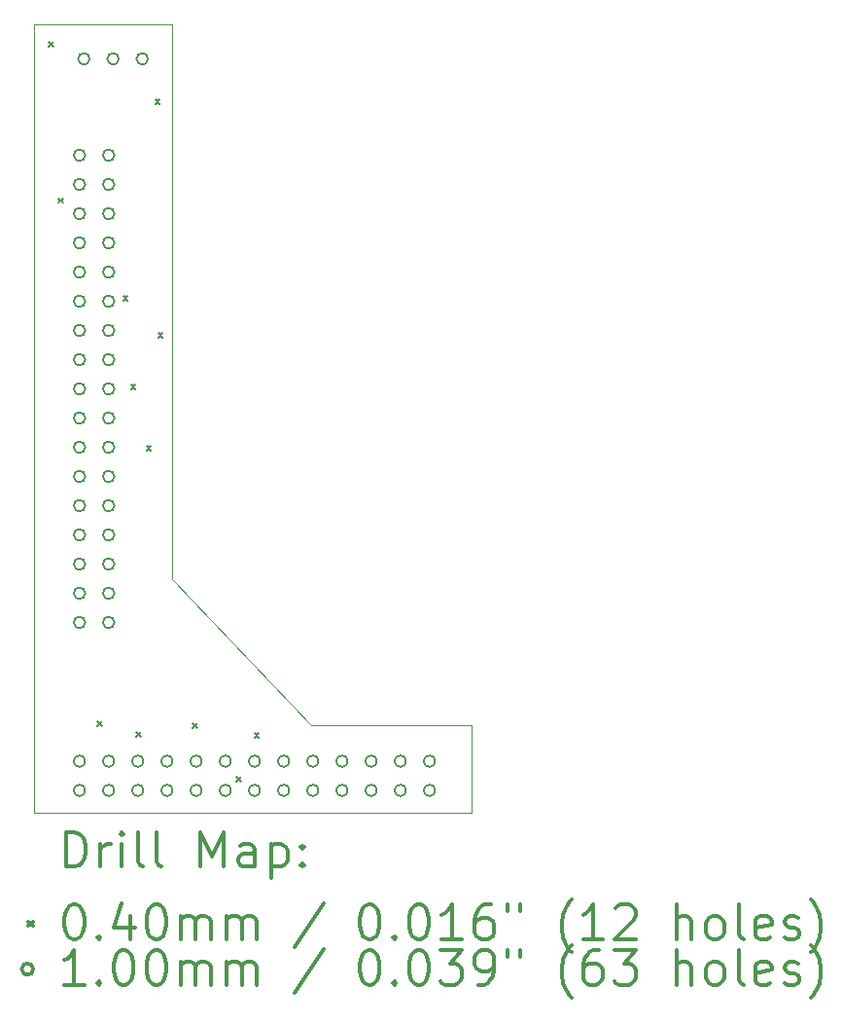
<source format=gbr>
%FSLAX45Y45*%
G04 Gerber Fmt 4.5, Leading zero omitted, Abs format (unit mm)*
G04 Created by KiCad (PCBNEW (5.1.7)-1) date 2021-07-10 10:13:53*
%MOMM*%
%LPD*%
G01*
G04 APERTURE LIST*
%TA.AperFunction,Profile*%
%ADD10C,0.050000*%
%TD*%
%ADD11C,0.200000*%
%ADD12C,0.300000*%
G04 APERTURE END LIST*
D10*
X14541500Y-7620000D02*
X13335000Y-7620000D01*
X14541500Y-12446000D02*
X14541500Y-7620000D01*
X15748000Y-13716000D02*
X14541500Y-12446000D01*
X17145000Y-13716000D02*
X15748000Y-13716000D01*
X17145000Y-14478000D02*
X17145000Y-13716000D01*
X13335000Y-14478000D02*
X17145000Y-14478000D01*
X13335000Y-7620000D02*
X13335000Y-14478000D01*
D11*
X13467400Y-7771450D02*
X13507400Y-7811450D01*
X13507400Y-7771450D02*
X13467400Y-7811450D01*
X13549950Y-9130350D02*
X13589950Y-9170350D01*
X13589950Y-9130350D02*
X13549950Y-9170350D01*
X13892850Y-13683300D02*
X13932850Y-13723300D01*
X13932850Y-13683300D02*
X13892850Y-13723300D01*
X14114820Y-9981220D02*
X14154820Y-10021220D01*
X14154820Y-9981220D02*
X14114820Y-10021220D01*
X14183740Y-10751130D02*
X14223740Y-10791130D01*
X14223740Y-10751130D02*
X14183740Y-10791130D01*
X14229400Y-13772200D02*
X14269400Y-13812200D01*
X14269400Y-13772200D02*
X14229400Y-13812200D01*
X14318300Y-11283000D02*
X14358300Y-11323000D01*
X14358300Y-11283000D02*
X14318300Y-11323000D01*
X14394500Y-8273100D02*
X14434500Y-8313100D01*
X14434500Y-8273100D02*
X14394500Y-8313100D01*
X14419900Y-10305100D02*
X14459900Y-10345100D01*
X14459900Y-10305100D02*
X14419900Y-10345100D01*
X14718350Y-13696000D02*
X14758350Y-13736000D01*
X14758350Y-13696000D02*
X14718350Y-13736000D01*
X15102540Y-14161420D02*
X15142540Y-14201420D01*
X15142540Y-14161420D02*
X15102540Y-14201420D01*
X15258100Y-13784900D02*
X15298100Y-13824900D01*
X15298100Y-13784900D02*
X15258100Y-13824900D01*
X13823200Y-7918450D02*
G75*
G03*
X13823200Y-7918450I-50000J0D01*
G01*
X14077200Y-7918450D02*
G75*
G03*
X14077200Y-7918450I-50000J0D01*
G01*
X14331200Y-7918450D02*
G75*
G03*
X14331200Y-7918450I-50000J0D01*
G01*
X13785000Y-14027200D02*
G75*
G03*
X13785000Y-14027200I-50000J0D01*
G01*
X13785000Y-14281200D02*
G75*
G03*
X13785000Y-14281200I-50000J0D01*
G01*
X14039000Y-14027200D02*
G75*
G03*
X14039000Y-14027200I-50000J0D01*
G01*
X14039000Y-14281200D02*
G75*
G03*
X14039000Y-14281200I-50000J0D01*
G01*
X14293000Y-14027200D02*
G75*
G03*
X14293000Y-14027200I-50000J0D01*
G01*
X14293000Y-14281200D02*
G75*
G03*
X14293000Y-14281200I-50000J0D01*
G01*
X14547000Y-14027200D02*
G75*
G03*
X14547000Y-14027200I-50000J0D01*
G01*
X14547000Y-14281200D02*
G75*
G03*
X14547000Y-14281200I-50000J0D01*
G01*
X14801000Y-14027200D02*
G75*
G03*
X14801000Y-14027200I-50000J0D01*
G01*
X14801000Y-14281200D02*
G75*
G03*
X14801000Y-14281200I-50000J0D01*
G01*
X15055000Y-14027200D02*
G75*
G03*
X15055000Y-14027200I-50000J0D01*
G01*
X15055000Y-14281200D02*
G75*
G03*
X15055000Y-14281200I-50000J0D01*
G01*
X15309000Y-14027200D02*
G75*
G03*
X15309000Y-14027200I-50000J0D01*
G01*
X15309000Y-14281200D02*
G75*
G03*
X15309000Y-14281200I-50000J0D01*
G01*
X15563000Y-14027200D02*
G75*
G03*
X15563000Y-14027200I-50000J0D01*
G01*
X15563000Y-14281200D02*
G75*
G03*
X15563000Y-14281200I-50000J0D01*
G01*
X15817000Y-14027200D02*
G75*
G03*
X15817000Y-14027200I-50000J0D01*
G01*
X15817000Y-14281200D02*
G75*
G03*
X15817000Y-14281200I-50000J0D01*
G01*
X16071000Y-14027200D02*
G75*
G03*
X16071000Y-14027200I-50000J0D01*
G01*
X16071000Y-14281200D02*
G75*
G03*
X16071000Y-14281200I-50000J0D01*
G01*
X16325000Y-14027200D02*
G75*
G03*
X16325000Y-14027200I-50000J0D01*
G01*
X16325000Y-14281200D02*
G75*
G03*
X16325000Y-14281200I-50000J0D01*
G01*
X16579000Y-14027200D02*
G75*
G03*
X16579000Y-14027200I-50000J0D01*
G01*
X16579000Y-14281200D02*
G75*
G03*
X16579000Y-14281200I-50000J0D01*
G01*
X16833000Y-14027200D02*
G75*
G03*
X16833000Y-14027200I-50000J0D01*
G01*
X16833000Y-14281200D02*
G75*
G03*
X16833000Y-14281200I-50000J0D01*
G01*
X13785000Y-8756600D02*
G75*
G03*
X13785000Y-8756600I-50000J0D01*
G01*
X13785000Y-9010600D02*
G75*
G03*
X13785000Y-9010600I-50000J0D01*
G01*
X13785000Y-9264600D02*
G75*
G03*
X13785000Y-9264600I-50000J0D01*
G01*
X13785000Y-9518600D02*
G75*
G03*
X13785000Y-9518600I-50000J0D01*
G01*
X13785000Y-9772600D02*
G75*
G03*
X13785000Y-9772600I-50000J0D01*
G01*
X13785000Y-10026600D02*
G75*
G03*
X13785000Y-10026600I-50000J0D01*
G01*
X13785000Y-10280600D02*
G75*
G03*
X13785000Y-10280600I-50000J0D01*
G01*
X13785000Y-10534600D02*
G75*
G03*
X13785000Y-10534600I-50000J0D01*
G01*
X13785000Y-10788600D02*
G75*
G03*
X13785000Y-10788600I-50000J0D01*
G01*
X13785000Y-11042600D02*
G75*
G03*
X13785000Y-11042600I-50000J0D01*
G01*
X13785000Y-11296600D02*
G75*
G03*
X13785000Y-11296600I-50000J0D01*
G01*
X13785000Y-11550600D02*
G75*
G03*
X13785000Y-11550600I-50000J0D01*
G01*
X13785000Y-11804600D02*
G75*
G03*
X13785000Y-11804600I-50000J0D01*
G01*
X13785000Y-12058600D02*
G75*
G03*
X13785000Y-12058600I-50000J0D01*
G01*
X13785000Y-12312600D02*
G75*
G03*
X13785000Y-12312600I-50000J0D01*
G01*
X13785000Y-12566600D02*
G75*
G03*
X13785000Y-12566600I-50000J0D01*
G01*
X13785000Y-12820600D02*
G75*
G03*
X13785000Y-12820600I-50000J0D01*
G01*
X14039000Y-8756600D02*
G75*
G03*
X14039000Y-8756600I-50000J0D01*
G01*
X14039000Y-9010600D02*
G75*
G03*
X14039000Y-9010600I-50000J0D01*
G01*
X14039000Y-9264600D02*
G75*
G03*
X14039000Y-9264600I-50000J0D01*
G01*
X14039000Y-9518600D02*
G75*
G03*
X14039000Y-9518600I-50000J0D01*
G01*
X14039000Y-9772600D02*
G75*
G03*
X14039000Y-9772600I-50000J0D01*
G01*
X14039000Y-10026600D02*
G75*
G03*
X14039000Y-10026600I-50000J0D01*
G01*
X14039000Y-10280600D02*
G75*
G03*
X14039000Y-10280600I-50000J0D01*
G01*
X14039000Y-10534600D02*
G75*
G03*
X14039000Y-10534600I-50000J0D01*
G01*
X14039000Y-10788600D02*
G75*
G03*
X14039000Y-10788600I-50000J0D01*
G01*
X14039000Y-11042600D02*
G75*
G03*
X14039000Y-11042600I-50000J0D01*
G01*
X14039000Y-11296600D02*
G75*
G03*
X14039000Y-11296600I-50000J0D01*
G01*
X14039000Y-11550600D02*
G75*
G03*
X14039000Y-11550600I-50000J0D01*
G01*
X14039000Y-11804600D02*
G75*
G03*
X14039000Y-11804600I-50000J0D01*
G01*
X14039000Y-12058600D02*
G75*
G03*
X14039000Y-12058600I-50000J0D01*
G01*
X14039000Y-12312600D02*
G75*
G03*
X14039000Y-12312600I-50000J0D01*
G01*
X14039000Y-12566600D02*
G75*
G03*
X14039000Y-12566600I-50000J0D01*
G01*
X14039000Y-12820600D02*
G75*
G03*
X14039000Y-12820600I-50000J0D01*
G01*
D12*
X13618928Y-14946214D02*
X13618928Y-14646214D01*
X13690357Y-14646214D01*
X13733214Y-14660500D01*
X13761786Y-14689071D01*
X13776071Y-14717643D01*
X13790357Y-14774786D01*
X13790357Y-14817643D01*
X13776071Y-14874786D01*
X13761786Y-14903357D01*
X13733214Y-14931929D01*
X13690357Y-14946214D01*
X13618928Y-14946214D01*
X13918928Y-14946214D02*
X13918928Y-14746214D01*
X13918928Y-14803357D02*
X13933214Y-14774786D01*
X13947500Y-14760500D01*
X13976071Y-14746214D01*
X14004643Y-14746214D01*
X14104643Y-14946214D02*
X14104643Y-14746214D01*
X14104643Y-14646214D02*
X14090357Y-14660500D01*
X14104643Y-14674786D01*
X14118928Y-14660500D01*
X14104643Y-14646214D01*
X14104643Y-14674786D01*
X14290357Y-14946214D02*
X14261786Y-14931929D01*
X14247500Y-14903357D01*
X14247500Y-14646214D01*
X14447500Y-14946214D02*
X14418928Y-14931929D01*
X14404643Y-14903357D01*
X14404643Y-14646214D01*
X14790357Y-14946214D02*
X14790357Y-14646214D01*
X14890357Y-14860500D01*
X14990357Y-14646214D01*
X14990357Y-14946214D01*
X15261786Y-14946214D02*
X15261786Y-14789071D01*
X15247500Y-14760500D01*
X15218928Y-14746214D01*
X15161786Y-14746214D01*
X15133214Y-14760500D01*
X15261786Y-14931929D02*
X15233214Y-14946214D01*
X15161786Y-14946214D01*
X15133214Y-14931929D01*
X15118928Y-14903357D01*
X15118928Y-14874786D01*
X15133214Y-14846214D01*
X15161786Y-14831929D01*
X15233214Y-14831929D01*
X15261786Y-14817643D01*
X15404643Y-14746214D02*
X15404643Y-15046214D01*
X15404643Y-14760500D02*
X15433214Y-14746214D01*
X15490357Y-14746214D01*
X15518928Y-14760500D01*
X15533214Y-14774786D01*
X15547500Y-14803357D01*
X15547500Y-14889071D01*
X15533214Y-14917643D01*
X15518928Y-14931929D01*
X15490357Y-14946214D01*
X15433214Y-14946214D01*
X15404643Y-14931929D01*
X15676071Y-14917643D02*
X15690357Y-14931929D01*
X15676071Y-14946214D01*
X15661786Y-14931929D01*
X15676071Y-14917643D01*
X15676071Y-14946214D01*
X15676071Y-14760500D02*
X15690357Y-14774786D01*
X15676071Y-14789071D01*
X15661786Y-14774786D01*
X15676071Y-14760500D01*
X15676071Y-14789071D01*
X13292500Y-15420500D02*
X13332500Y-15460500D01*
X13332500Y-15420500D02*
X13292500Y-15460500D01*
X13676071Y-15276214D02*
X13704643Y-15276214D01*
X13733214Y-15290500D01*
X13747500Y-15304786D01*
X13761786Y-15333357D01*
X13776071Y-15390500D01*
X13776071Y-15461929D01*
X13761786Y-15519071D01*
X13747500Y-15547643D01*
X13733214Y-15561929D01*
X13704643Y-15576214D01*
X13676071Y-15576214D01*
X13647500Y-15561929D01*
X13633214Y-15547643D01*
X13618928Y-15519071D01*
X13604643Y-15461929D01*
X13604643Y-15390500D01*
X13618928Y-15333357D01*
X13633214Y-15304786D01*
X13647500Y-15290500D01*
X13676071Y-15276214D01*
X13904643Y-15547643D02*
X13918928Y-15561929D01*
X13904643Y-15576214D01*
X13890357Y-15561929D01*
X13904643Y-15547643D01*
X13904643Y-15576214D01*
X14176071Y-15376214D02*
X14176071Y-15576214D01*
X14104643Y-15261929D02*
X14033214Y-15476214D01*
X14218928Y-15476214D01*
X14390357Y-15276214D02*
X14418928Y-15276214D01*
X14447500Y-15290500D01*
X14461786Y-15304786D01*
X14476071Y-15333357D01*
X14490357Y-15390500D01*
X14490357Y-15461929D01*
X14476071Y-15519071D01*
X14461786Y-15547643D01*
X14447500Y-15561929D01*
X14418928Y-15576214D01*
X14390357Y-15576214D01*
X14361786Y-15561929D01*
X14347500Y-15547643D01*
X14333214Y-15519071D01*
X14318928Y-15461929D01*
X14318928Y-15390500D01*
X14333214Y-15333357D01*
X14347500Y-15304786D01*
X14361786Y-15290500D01*
X14390357Y-15276214D01*
X14618928Y-15576214D02*
X14618928Y-15376214D01*
X14618928Y-15404786D02*
X14633214Y-15390500D01*
X14661786Y-15376214D01*
X14704643Y-15376214D01*
X14733214Y-15390500D01*
X14747500Y-15419071D01*
X14747500Y-15576214D01*
X14747500Y-15419071D02*
X14761786Y-15390500D01*
X14790357Y-15376214D01*
X14833214Y-15376214D01*
X14861786Y-15390500D01*
X14876071Y-15419071D01*
X14876071Y-15576214D01*
X15018928Y-15576214D02*
X15018928Y-15376214D01*
X15018928Y-15404786D02*
X15033214Y-15390500D01*
X15061786Y-15376214D01*
X15104643Y-15376214D01*
X15133214Y-15390500D01*
X15147500Y-15419071D01*
X15147500Y-15576214D01*
X15147500Y-15419071D02*
X15161786Y-15390500D01*
X15190357Y-15376214D01*
X15233214Y-15376214D01*
X15261786Y-15390500D01*
X15276071Y-15419071D01*
X15276071Y-15576214D01*
X15861786Y-15261929D02*
X15604643Y-15647643D01*
X16247500Y-15276214D02*
X16276071Y-15276214D01*
X16304643Y-15290500D01*
X16318928Y-15304786D01*
X16333214Y-15333357D01*
X16347500Y-15390500D01*
X16347500Y-15461929D01*
X16333214Y-15519071D01*
X16318928Y-15547643D01*
X16304643Y-15561929D01*
X16276071Y-15576214D01*
X16247500Y-15576214D01*
X16218928Y-15561929D01*
X16204643Y-15547643D01*
X16190357Y-15519071D01*
X16176071Y-15461929D01*
X16176071Y-15390500D01*
X16190357Y-15333357D01*
X16204643Y-15304786D01*
X16218928Y-15290500D01*
X16247500Y-15276214D01*
X16476071Y-15547643D02*
X16490357Y-15561929D01*
X16476071Y-15576214D01*
X16461786Y-15561929D01*
X16476071Y-15547643D01*
X16476071Y-15576214D01*
X16676071Y-15276214D02*
X16704643Y-15276214D01*
X16733214Y-15290500D01*
X16747500Y-15304786D01*
X16761786Y-15333357D01*
X16776071Y-15390500D01*
X16776071Y-15461929D01*
X16761786Y-15519071D01*
X16747500Y-15547643D01*
X16733214Y-15561929D01*
X16704643Y-15576214D01*
X16676071Y-15576214D01*
X16647500Y-15561929D01*
X16633214Y-15547643D01*
X16618928Y-15519071D01*
X16604643Y-15461929D01*
X16604643Y-15390500D01*
X16618928Y-15333357D01*
X16633214Y-15304786D01*
X16647500Y-15290500D01*
X16676071Y-15276214D01*
X17061786Y-15576214D02*
X16890357Y-15576214D01*
X16976071Y-15576214D02*
X16976071Y-15276214D01*
X16947500Y-15319071D01*
X16918928Y-15347643D01*
X16890357Y-15361929D01*
X17318928Y-15276214D02*
X17261786Y-15276214D01*
X17233214Y-15290500D01*
X17218928Y-15304786D01*
X17190357Y-15347643D01*
X17176071Y-15404786D01*
X17176071Y-15519071D01*
X17190357Y-15547643D01*
X17204643Y-15561929D01*
X17233214Y-15576214D01*
X17290357Y-15576214D01*
X17318928Y-15561929D01*
X17333214Y-15547643D01*
X17347500Y-15519071D01*
X17347500Y-15447643D01*
X17333214Y-15419071D01*
X17318928Y-15404786D01*
X17290357Y-15390500D01*
X17233214Y-15390500D01*
X17204643Y-15404786D01*
X17190357Y-15419071D01*
X17176071Y-15447643D01*
X17461786Y-15276214D02*
X17461786Y-15333357D01*
X17576071Y-15276214D02*
X17576071Y-15333357D01*
X18018928Y-15690500D02*
X18004643Y-15676214D01*
X17976071Y-15633357D01*
X17961786Y-15604786D01*
X17947500Y-15561929D01*
X17933214Y-15490500D01*
X17933214Y-15433357D01*
X17947500Y-15361929D01*
X17961786Y-15319071D01*
X17976071Y-15290500D01*
X18004643Y-15247643D01*
X18018928Y-15233357D01*
X18290357Y-15576214D02*
X18118928Y-15576214D01*
X18204643Y-15576214D02*
X18204643Y-15276214D01*
X18176071Y-15319071D01*
X18147500Y-15347643D01*
X18118928Y-15361929D01*
X18404643Y-15304786D02*
X18418928Y-15290500D01*
X18447500Y-15276214D01*
X18518928Y-15276214D01*
X18547500Y-15290500D01*
X18561786Y-15304786D01*
X18576071Y-15333357D01*
X18576071Y-15361929D01*
X18561786Y-15404786D01*
X18390357Y-15576214D01*
X18576071Y-15576214D01*
X18933214Y-15576214D02*
X18933214Y-15276214D01*
X19061786Y-15576214D02*
X19061786Y-15419071D01*
X19047500Y-15390500D01*
X19018928Y-15376214D01*
X18976071Y-15376214D01*
X18947500Y-15390500D01*
X18933214Y-15404786D01*
X19247500Y-15576214D02*
X19218928Y-15561929D01*
X19204643Y-15547643D01*
X19190357Y-15519071D01*
X19190357Y-15433357D01*
X19204643Y-15404786D01*
X19218928Y-15390500D01*
X19247500Y-15376214D01*
X19290357Y-15376214D01*
X19318928Y-15390500D01*
X19333214Y-15404786D01*
X19347500Y-15433357D01*
X19347500Y-15519071D01*
X19333214Y-15547643D01*
X19318928Y-15561929D01*
X19290357Y-15576214D01*
X19247500Y-15576214D01*
X19518928Y-15576214D02*
X19490357Y-15561929D01*
X19476071Y-15533357D01*
X19476071Y-15276214D01*
X19747500Y-15561929D02*
X19718928Y-15576214D01*
X19661786Y-15576214D01*
X19633214Y-15561929D01*
X19618928Y-15533357D01*
X19618928Y-15419071D01*
X19633214Y-15390500D01*
X19661786Y-15376214D01*
X19718928Y-15376214D01*
X19747500Y-15390500D01*
X19761786Y-15419071D01*
X19761786Y-15447643D01*
X19618928Y-15476214D01*
X19876071Y-15561929D02*
X19904643Y-15576214D01*
X19961786Y-15576214D01*
X19990357Y-15561929D01*
X20004643Y-15533357D01*
X20004643Y-15519071D01*
X19990357Y-15490500D01*
X19961786Y-15476214D01*
X19918928Y-15476214D01*
X19890357Y-15461929D01*
X19876071Y-15433357D01*
X19876071Y-15419071D01*
X19890357Y-15390500D01*
X19918928Y-15376214D01*
X19961786Y-15376214D01*
X19990357Y-15390500D01*
X20104643Y-15690500D02*
X20118928Y-15676214D01*
X20147500Y-15633357D01*
X20161786Y-15604786D01*
X20176071Y-15561929D01*
X20190357Y-15490500D01*
X20190357Y-15433357D01*
X20176071Y-15361929D01*
X20161786Y-15319071D01*
X20147500Y-15290500D01*
X20118928Y-15247643D01*
X20104643Y-15233357D01*
X13332500Y-15836500D02*
G75*
G03*
X13332500Y-15836500I-50000J0D01*
G01*
X13776071Y-15972214D02*
X13604643Y-15972214D01*
X13690357Y-15972214D02*
X13690357Y-15672214D01*
X13661786Y-15715071D01*
X13633214Y-15743643D01*
X13604643Y-15757929D01*
X13904643Y-15943643D02*
X13918928Y-15957929D01*
X13904643Y-15972214D01*
X13890357Y-15957929D01*
X13904643Y-15943643D01*
X13904643Y-15972214D01*
X14104643Y-15672214D02*
X14133214Y-15672214D01*
X14161786Y-15686500D01*
X14176071Y-15700786D01*
X14190357Y-15729357D01*
X14204643Y-15786500D01*
X14204643Y-15857929D01*
X14190357Y-15915071D01*
X14176071Y-15943643D01*
X14161786Y-15957929D01*
X14133214Y-15972214D01*
X14104643Y-15972214D01*
X14076071Y-15957929D01*
X14061786Y-15943643D01*
X14047500Y-15915071D01*
X14033214Y-15857929D01*
X14033214Y-15786500D01*
X14047500Y-15729357D01*
X14061786Y-15700786D01*
X14076071Y-15686500D01*
X14104643Y-15672214D01*
X14390357Y-15672214D02*
X14418928Y-15672214D01*
X14447500Y-15686500D01*
X14461786Y-15700786D01*
X14476071Y-15729357D01*
X14490357Y-15786500D01*
X14490357Y-15857929D01*
X14476071Y-15915071D01*
X14461786Y-15943643D01*
X14447500Y-15957929D01*
X14418928Y-15972214D01*
X14390357Y-15972214D01*
X14361786Y-15957929D01*
X14347500Y-15943643D01*
X14333214Y-15915071D01*
X14318928Y-15857929D01*
X14318928Y-15786500D01*
X14333214Y-15729357D01*
X14347500Y-15700786D01*
X14361786Y-15686500D01*
X14390357Y-15672214D01*
X14618928Y-15972214D02*
X14618928Y-15772214D01*
X14618928Y-15800786D02*
X14633214Y-15786500D01*
X14661786Y-15772214D01*
X14704643Y-15772214D01*
X14733214Y-15786500D01*
X14747500Y-15815071D01*
X14747500Y-15972214D01*
X14747500Y-15815071D02*
X14761786Y-15786500D01*
X14790357Y-15772214D01*
X14833214Y-15772214D01*
X14861786Y-15786500D01*
X14876071Y-15815071D01*
X14876071Y-15972214D01*
X15018928Y-15972214D02*
X15018928Y-15772214D01*
X15018928Y-15800786D02*
X15033214Y-15786500D01*
X15061786Y-15772214D01*
X15104643Y-15772214D01*
X15133214Y-15786500D01*
X15147500Y-15815071D01*
X15147500Y-15972214D01*
X15147500Y-15815071D02*
X15161786Y-15786500D01*
X15190357Y-15772214D01*
X15233214Y-15772214D01*
X15261786Y-15786500D01*
X15276071Y-15815071D01*
X15276071Y-15972214D01*
X15861786Y-15657929D02*
X15604643Y-16043643D01*
X16247500Y-15672214D02*
X16276071Y-15672214D01*
X16304643Y-15686500D01*
X16318928Y-15700786D01*
X16333214Y-15729357D01*
X16347500Y-15786500D01*
X16347500Y-15857929D01*
X16333214Y-15915071D01*
X16318928Y-15943643D01*
X16304643Y-15957929D01*
X16276071Y-15972214D01*
X16247500Y-15972214D01*
X16218928Y-15957929D01*
X16204643Y-15943643D01*
X16190357Y-15915071D01*
X16176071Y-15857929D01*
X16176071Y-15786500D01*
X16190357Y-15729357D01*
X16204643Y-15700786D01*
X16218928Y-15686500D01*
X16247500Y-15672214D01*
X16476071Y-15943643D02*
X16490357Y-15957929D01*
X16476071Y-15972214D01*
X16461786Y-15957929D01*
X16476071Y-15943643D01*
X16476071Y-15972214D01*
X16676071Y-15672214D02*
X16704643Y-15672214D01*
X16733214Y-15686500D01*
X16747500Y-15700786D01*
X16761786Y-15729357D01*
X16776071Y-15786500D01*
X16776071Y-15857929D01*
X16761786Y-15915071D01*
X16747500Y-15943643D01*
X16733214Y-15957929D01*
X16704643Y-15972214D01*
X16676071Y-15972214D01*
X16647500Y-15957929D01*
X16633214Y-15943643D01*
X16618928Y-15915071D01*
X16604643Y-15857929D01*
X16604643Y-15786500D01*
X16618928Y-15729357D01*
X16633214Y-15700786D01*
X16647500Y-15686500D01*
X16676071Y-15672214D01*
X16876071Y-15672214D02*
X17061786Y-15672214D01*
X16961786Y-15786500D01*
X17004643Y-15786500D01*
X17033214Y-15800786D01*
X17047500Y-15815071D01*
X17061786Y-15843643D01*
X17061786Y-15915071D01*
X17047500Y-15943643D01*
X17033214Y-15957929D01*
X17004643Y-15972214D01*
X16918928Y-15972214D01*
X16890357Y-15957929D01*
X16876071Y-15943643D01*
X17204643Y-15972214D02*
X17261786Y-15972214D01*
X17290357Y-15957929D01*
X17304643Y-15943643D01*
X17333214Y-15900786D01*
X17347500Y-15843643D01*
X17347500Y-15729357D01*
X17333214Y-15700786D01*
X17318928Y-15686500D01*
X17290357Y-15672214D01*
X17233214Y-15672214D01*
X17204643Y-15686500D01*
X17190357Y-15700786D01*
X17176071Y-15729357D01*
X17176071Y-15800786D01*
X17190357Y-15829357D01*
X17204643Y-15843643D01*
X17233214Y-15857929D01*
X17290357Y-15857929D01*
X17318928Y-15843643D01*
X17333214Y-15829357D01*
X17347500Y-15800786D01*
X17461786Y-15672214D02*
X17461786Y-15729357D01*
X17576071Y-15672214D02*
X17576071Y-15729357D01*
X18018928Y-16086500D02*
X18004643Y-16072214D01*
X17976071Y-16029357D01*
X17961786Y-16000786D01*
X17947500Y-15957929D01*
X17933214Y-15886500D01*
X17933214Y-15829357D01*
X17947500Y-15757929D01*
X17961786Y-15715071D01*
X17976071Y-15686500D01*
X18004643Y-15643643D01*
X18018928Y-15629357D01*
X18261786Y-15672214D02*
X18204643Y-15672214D01*
X18176071Y-15686500D01*
X18161786Y-15700786D01*
X18133214Y-15743643D01*
X18118928Y-15800786D01*
X18118928Y-15915071D01*
X18133214Y-15943643D01*
X18147500Y-15957929D01*
X18176071Y-15972214D01*
X18233214Y-15972214D01*
X18261786Y-15957929D01*
X18276071Y-15943643D01*
X18290357Y-15915071D01*
X18290357Y-15843643D01*
X18276071Y-15815071D01*
X18261786Y-15800786D01*
X18233214Y-15786500D01*
X18176071Y-15786500D01*
X18147500Y-15800786D01*
X18133214Y-15815071D01*
X18118928Y-15843643D01*
X18390357Y-15672214D02*
X18576071Y-15672214D01*
X18476071Y-15786500D01*
X18518928Y-15786500D01*
X18547500Y-15800786D01*
X18561786Y-15815071D01*
X18576071Y-15843643D01*
X18576071Y-15915071D01*
X18561786Y-15943643D01*
X18547500Y-15957929D01*
X18518928Y-15972214D01*
X18433214Y-15972214D01*
X18404643Y-15957929D01*
X18390357Y-15943643D01*
X18933214Y-15972214D02*
X18933214Y-15672214D01*
X19061786Y-15972214D02*
X19061786Y-15815071D01*
X19047500Y-15786500D01*
X19018928Y-15772214D01*
X18976071Y-15772214D01*
X18947500Y-15786500D01*
X18933214Y-15800786D01*
X19247500Y-15972214D02*
X19218928Y-15957929D01*
X19204643Y-15943643D01*
X19190357Y-15915071D01*
X19190357Y-15829357D01*
X19204643Y-15800786D01*
X19218928Y-15786500D01*
X19247500Y-15772214D01*
X19290357Y-15772214D01*
X19318928Y-15786500D01*
X19333214Y-15800786D01*
X19347500Y-15829357D01*
X19347500Y-15915071D01*
X19333214Y-15943643D01*
X19318928Y-15957929D01*
X19290357Y-15972214D01*
X19247500Y-15972214D01*
X19518928Y-15972214D02*
X19490357Y-15957929D01*
X19476071Y-15929357D01*
X19476071Y-15672214D01*
X19747500Y-15957929D02*
X19718928Y-15972214D01*
X19661786Y-15972214D01*
X19633214Y-15957929D01*
X19618928Y-15929357D01*
X19618928Y-15815071D01*
X19633214Y-15786500D01*
X19661786Y-15772214D01*
X19718928Y-15772214D01*
X19747500Y-15786500D01*
X19761786Y-15815071D01*
X19761786Y-15843643D01*
X19618928Y-15872214D01*
X19876071Y-15957929D02*
X19904643Y-15972214D01*
X19961786Y-15972214D01*
X19990357Y-15957929D01*
X20004643Y-15929357D01*
X20004643Y-15915071D01*
X19990357Y-15886500D01*
X19961786Y-15872214D01*
X19918928Y-15872214D01*
X19890357Y-15857929D01*
X19876071Y-15829357D01*
X19876071Y-15815071D01*
X19890357Y-15786500D01*
X19918928Y-15772214D01*
X19961786Y-15772214D01*
X19990357Y-15786500D01*
X20104643Y-16086500D02*
X20118928Y-16072214D01*
X20147500Y-16029357D01*
X20161786Y-16000786D01*
X20176071Y-15957929D01*
X20190357Y-15886500D01*
X20190357Y-15829357D01*
X20176071Y-15757929D01*
X20161786Y-15715071D01*
X20147500Y-15686500D01*
X20118928Y-15643643D01*
X20104643Y-15629357D01*
M02*

</source>
